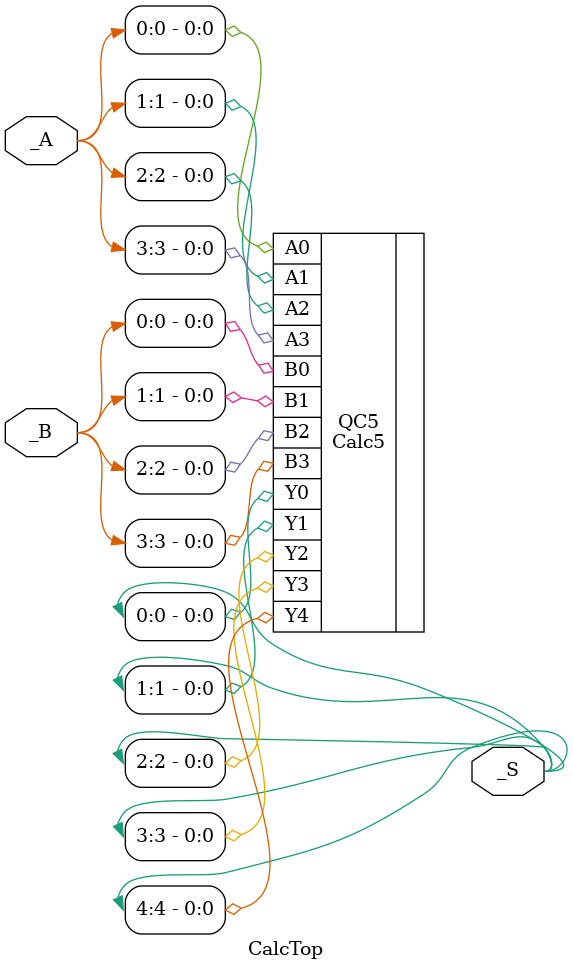
<source format=v>
`timescale 1ns / 1ps


module CalcTop
(
    input wire[3:0] _A,
    input wire[3:0] _B,
    output wire[4:0] _S
);

Calc5 QC5
(
    .A0(_A[0]),
    .A1(_A[1]),
    .A2(_A[2]),
    .A3(_A[3]),
    .B0(_B[0]),
    .B1(_B[1]),
    .B2(_B[2]),
    .B3(_B[3]),
    .Y0(_S[0]),
    .Y1(_S[1]),
    .Y2(_S[2]),
    .Y3(_S[3]),
    .Y4(_S[4])
);

endmodule

</source>
